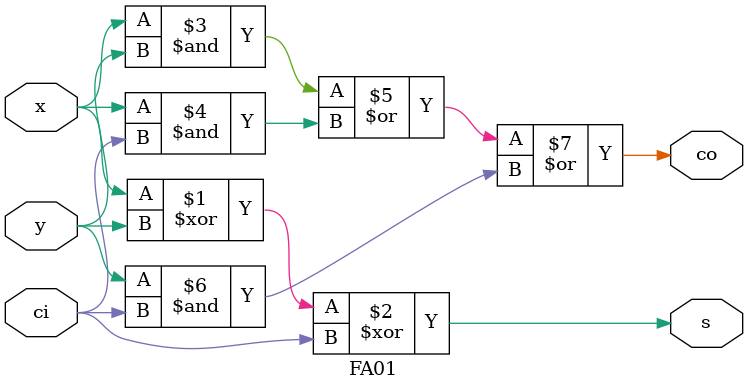
<source format=v>
`timescale 1ns/10ps 
module FA01 (x,y,ci,s,co);
input x,y,ci;
output s,co;

assign s = x^y^ci;
assign co = (x&y) | (x&ci) | (y&ci);

endmodule
</source>
